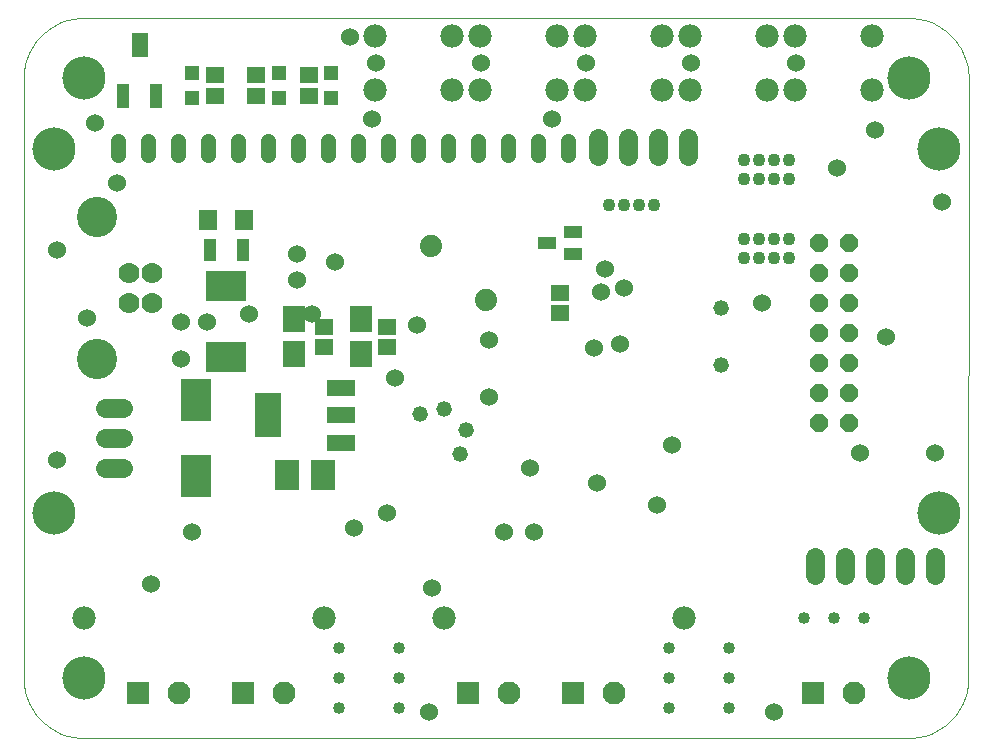
<source format=gts>
G75*
G70*
%OFA0B0*%
%FSLAX24Y24*%
%IPPOS*%
%LPD*%
%AMOC8*
5,1,8,0,0,1.08239X$1,22.5*
%
%ADD10C,0.0000*%
%ADD11C,0.0520*%
%ADD12R,0.0920X0.0520*%
%ADD13R,0.0906X0.1457*%
%ADD14R,0.0512X0.0512*%
%ADD15R,0.0640X0.0700*%
%ADD16OC8,0.0580*%
%ADD17R,0.1024X0.1418*%
%ADD18R,0.1320X0.1024*%
%ADD19C,0.0780*%
%ADD20C,0.0512*%
%ADD21C,0.1142*%
%ADD22C,0.1440*%
%ADD23R,0.0768X0.0768*%
%ADD24C,0.0768*%
%ADD25C,0.0400*%
%ADD26C,0.0700*%
%ADD27C,0.1340*%
%ADD28C,0.0740*%
%ADD29R,0.0808X0.1024*%
%ADD30R,0.0749X0.0886*%
%ADD31R,0.0631X0.0552*%
%ADD32R,0.0591X0.0434*%
%ADD33R,0.0434X0.0749*%
%ADD34R,0.0394X0.0827*%
%ADD35R,0.0552X0.0827*%
%ADD36C,0.0640*%
%ADD37C,0.0434*%
%ADD38C,0.0600*%
D10*
X011180Y009430D02*
X011180Y029430D01*
X011182Y029525D01*
X011189Y029620D01*
X011200Y029715D01*
X011216Y029809D01*
X011236Y029902D01*
X011261Y029993D01*
X011290Y030084D01*
X011323Y030173D01*
X011361Y030261D01*
X011402Y030346D01*
X011448Y030430D01*
X011497Y030511D01*
X011551Y030590D01*
X011608Y030666D01*
X011669Y030740D01*
X011733Y030810D01*
X011800Y030877D01*
X011870Y030941D01*
X011944Y031002D01*
X012020Y031059D01*
X012099Y031113D01*
X012180Y031162D01*
X012264Y031208D01*
X012349Y031249D01*
X012437Y031287D01*
X012526Y031320D01*
X012617Y031349D01*
X012708Y031374D01*
X012801Y031394D01*
X012895Y031410D01*
X012990Y031421D01*
X013085Y031428D01*
X013180Y031430D01*
X040679Y031430D01*
X040774Y031428D01*
X040869Y031421D01*
X040964Y031410D01*
X041057Y031394D01*
X041150Y031374D01*
X041242Y031349D01*
X041333Y031320D01*
X041422Y031287D01*
X041510Y031249D01*
X041596Y031208D01*
X041679Y031162D01*
X041760Y031112D01*
X041839Y031059D01*
X041915Y031002D01*
X041989Y030941D01*
X042059Y030877D01*
X042127Y030810D01*
X042191Y030740D01*
X042251Y030666D01*
X042308Y030590D01*
X042362Y030511D01*
X042411Y030430D01*
X042457Y030346D01*
X042498Y030261D01*
X042536Y030173D01*
X042569Y030084D01*
X042598Y029993D01*
X042623Y029901D01*
X042643Y029808D01*
X042659Y029714D01*
X042670Y029620D01*
X042677Y029525D01*
X042679Y029429D01*
X042679Y029430D02*
X042673Y009430D01*
X042671Y009335D01*
X042664Y009240D01*
X042653Y009146D01*
X042637Y009052D01*
X042617Y008959D01*
X042592Y008867D01*
X042563Y008776D01*
X042530Y008687D01*
X042492Y008599D01*
X042451Y008514D01*
X042405Y008430D01*
X042356Y008349D01*
X042302Y008270D01*
X042245Y008194D01*
X042185Y008120D01*
X042121Y008050D01*
X042053Y007983D01*
X041983Y007919D01*
X041909Y007858D01*
X041833Y007801D01*
X041754Y007748D01*
X041673Y007698D01*
X041590Y007652D01*
X041504Y007611D01*
X041416Y007573D01*
X041327Y007540D01*
X041237Y007511D01*
X041145Y007486D01*
X041052Y007466D01*
X040958Y007450D01*
X040863Y007439D01*
X040768Y007432D01*
X040673Y007430D01*
X013180Y007430D01*
X013085Y007432D01*
X012990Y007439D01*
X012895Y007450D01*
X012801Y007466D01*
X012708Y007486D01*
X012617Y007511D01*
X012526Y007540D01*
X012437Y007573D01*
X012349Y007611D01*
X012264Y007652D01*
X012180Y007698D01*
X012099Y007747D01*
X012020Y007801D01*
X011944Y007858D01*
X011870Y007919D01*
X011800Y007983D01*
X011733Y008050D01*
X011669Y008120D01*
X011608Y008194D01*
X011551Y008270D01*
X011497Y008349D01*
X011448Y008430D01*
X011402Y008514D01*
X011361Y008599D01*
X011323Y008687D01*
X011290Y008776D01*
X011261Y008867D01*
X011236Y008958D01*
X011216Y009051D01*
X011200Y009145D01*
X011189Y009240D01*
X011182Y009335D01*
X011180Y009430D01*
X011629Y014930D02*
X011631Y014977D01*
X011637Y015023D01*
X011647Y015069D01*
X011660Y015114D01*
X011678Y015157D01*
X011699Y015199D01*
X011723Y015239D01*
X011751Y015276D01*
X011782Y015311D01*
X011816Y015344D01*
X011852Y015373D01*
X011891Y015399D01*
X011932Y015422D01*
X011975Y015441D01*
X012019Y015457D01*
X012064Y015469D01*
X012110Y015477D01*
X012157Y015481D01*
X012203Y015481D01*
X012250Y015477D01*
X012296Y015469D01*
X012341Y015457D01*
X012385Y015441D01*
X012428Y015422D01*
X012469Y015399D01*
X012508Y015373D01*
X012544Y015344D01*
X012578Y015311D01*
X012609Y015276D01*
X012637Y015239D01*
X012661Y015199D01*
X012682Y015157D01*
X012700Y015114D01*
X012713Y015069D01*
X012723Y015023D01*
X012729Y014977D01*
X012731Y014930D01*
X012729Y014883D01*
X012723Y014837D01*
X012713Y014791D01*
X012700Y014746D01*
X012682Y014703D01*
X012661Y014661D01*
X012637Y014621D01*
X012609Y014584D01*
X012578Y014549D01*
X012544Y014516D01*
X012508Y014487D01*
X012469Y014461D01*
X012428Y014438D01*
X012385Y014419D01*
X012341Y014403D01*
X012296Y014391D01*
X012250Y014383D01*
X012203Y014379D01*
X012157Y014379D01*
X012110Y014383D01*
X012064Y014391D01*
X012019Y014403D01*
X011975Y014419D01*
X011932Y014438D01*
X011891Y014461D01*
X011852Y014487D01*
X011816Y014516D01*
X011782Y014549D01*
X011751Y014584D01*
X011723Y014621D01*
X011699Y014661D01*
X011678Y014703D01*
X011660Y014746D01*
X011647Y014791D01*
X011637Y014837D01*
X011631Y014883D01*
X011629Y014930D01*
X011629Y027103D02*
X011631Y027150D01*
X011637Y027196D01*
X011647Y027242D01*
X011660Y027287D01*
X011678Y027330D01*
X011699Y027372D01*
X011723Y027412D01*
X011751Y027449D01*
X011782Y027484D01*
X011816Y027517D01*
X011852Y027546D01*
X011891Y027572D01*
X011932Y027595D01*
X011975Y027614D01*
X012019Y027630D01*
X012064Y027642D01*
X012110Y027650D01*
X012157Y027654D01*
X012203Y027654D01*
X012250Y027650D01*
X012296Y027642D01*
X012341Y027630D01*
X012385Y027614D01*
X012428Y027595D01*
X012469Y027572D01*
X012508Y027546D01*
X012544Y027517D01*
X012578Y027484D01*
X012609Y027449D01*
X012637Y027412D01*
X012661Y027372D01*
X012682Y027330D01*
X012700Y027287D01*
X012713Y027242D01*
X012723Y027196D01*
X012729Y027150D01*
X012731Y027103D01*
X012729Y027056D01*
X012723Y027010D01*
X012713Y026964D01*
X012700Y026919D01*
X012682Y026876D01*
X012661Y026834D01*
X012637Y026794D01*
X012609Y026757D01*
X012578Y026722D01*
X012544Y026689D01*
X012508Y026660D01*
X012469Y026634D01*
X012428Y026611D01*
X012385Y026592D01*
X012341Y026576D01*
X012296Y026564D01*
X012250Y026556D01*
X012203Y026552D01*
X012157Y026552D01*
X012110Y026556D01*
X012064Y026564D01*
X012019Y026576D01*
X011975Y026592D01*
X011932Y026611D01*
X011891Y026634D01*
X011852Y026660D01*
X011816Y026689D01*
X011782Y026722D01*
X011751Y026757D01*
X011723Y026794D01*
X011699Y026834D01*
X011678Y026876D01*
X011660Y026919D01*
X011647Y026964D01*
X011637Y027010D01*
X011631Y027056D01*
X011629Y027103D01*
X041125Y027103D02*
X041127Y027150D01*
X041133Y027196D01*
X041143Y027242D01*
X041156Y027287D01*
X041174Y027330D01*
X041195Y027372D01*
X041219Y027412D01*
X041247Y027449D01*
X041278Y027484D01*
X041312Y027517D01*
X041348Y027546D01*
X041387Y027572D01*
X041428Y027595D01*
X041471Y027614D01*
X041515Y027630D01*
X041560Y027642D01*
X041606Y027650D01*
X041653Y027654D01*
X041699Y027654D01*
X041746Y027650D01*
X041792Y027642D01*
X041837Y027630D01*
X041881Y027614D01*
X041924Y027595D01*
X041965Y027572D01*
X042004Y027546D01*
X042040Y027517D01*
X042074Y027484D01*
X042105Y027449D01*
X042133Y027412D01*
X042157Y027372D01*
X042178Y027330D01*
X042196Y027287D01*
X042209Y027242D01*
X042219Y027196D01*
X042225Y027150D01*
X042227Y027103D01*
X042225Y027056D01*
X042219Y027010D01*
X042209Y026964D01*
X042196Y026919D01*
X042178Y026876D01*
X042157Y026834D01*
X042133Y026794D01*
X042105Y026757D01*
X042074Y026722D01*
X042040Y026689D01*
X042004Y026660D01*
X041965Y026634D01*
X041924Y026611D01*
X041881Y026592D01*
X041837Y026576D01*
X041792Y026564D01*
X041746Y026556D01*
X041699Y026552D01*
X041653Y026552D01*
X041606Y026556D01*
X041560Y026564D01*
X041515Y026576D01*
X041471Y026592D01*
X041428Y026611D01*
X041387Y026634D01*
X041348Y026660D01*
X041312Y026689D01*
X041278Y026722D01*
X041247Y026757D01*
X041219Y026794D01*
X041195Y026834D01*
X041174Y026876D01*
X041156Y026919D01*
X041143Y026964D01*
X041133Y027010D01*
X041127Y027056D01*
X041125Y027103D01*
X041125Y014930D02*
X041127Y014977D01*
X041133Y015023D01*
X041143Y015069D01*
X041156Y015114D01*
X041174Y015157D01*
X041195Y015199D01*
X041219Y015239D01*
X041247Y015276D01*
X041278Y015311D01*
X041312Y015344D01*
X041348Y015373D01*
X041387Y015399D01*
X041428Y015422D01*
X041471Y015441D01*
X041515Y015457D01*
X041560Y015469D01*
X041606Y015477D01*
X041653Y015481D01*
X041699Y015481D01*
X041746Y015477D01*
X041792Y015469D01*
X041837Y015457D01*
X041881Y015441D01*
X041924Y015422D01*
X041965Y015399D01*
X042004Y015373D01*
X042040Y015344D01*
X042074Y015311D01*
X042105Y015276D01*
X042133Y015239D01*
X042157Y015199D01*
X042178Y015157D01*
X042196Y015114D01*
X042209Y015069D01*
X042219Y015023D01*
X042225Y014977D01*
X042227Y014930D01*
X042225Y014883D01*
X042219Y014837D01*
X042209Y014791D01*
X042196Y014746D01*
X042178Y014703D01*
X042157Y014661D01*
X042133Y014621D01*
X042105Y014584D01*
X042074Y014549D01*
X042040Y014516D01*
X042004Y014487D01*
X041965Y014461D01*
X041924Y014438D01*
X041881Y014419D01*
X041837Y014403D01*
X041792Y014391D01*
X041746Y014383D01*
X041699Y014379D01*
X041653Y014379D01*
X041606Y014383D01*
X041560Y014391D01*
X041515Y014403D01*
X041471Y014419D01*
X041428Y014438D01*
X041387Y014461D01*
X041348Y014487D01*
X041312Y014516D01*
X041278Y014549D01*
X041247Y014584D01*
X041219Y014621D01*
X041195Y014661D01*
X041174Y014703D01*
X041156Y014746D01*
X041143Y014791D01*
X041133Y014837D01*
X041127Y014883D01*
X041125Y014930D01*
D11*
X034430Y019855D03*
X034430Y021755D03*
X025909Y017701D03*
X025727Y016883D03*
X025201Y018409D03*
X024383Y018227D03*
D12*
X021775Y018180D03*
X021775Y019090D03*
X021775Y017270D03*
D13*
X019335Y018180D03*
D14*
X019680Y028767D03*
X019680Y029593D03*
X021430Y029593D03*
X021430Y028767D03*
X016805Y028767D03*
X016805Y029593D03*
D15*
X017330Y024680D03*
X018530Y024680D03*
D16*
X037680Y023930D03*
X037680Y022930D03*
X038680Y022930D03*
X038680Y023930D03*
X038680Y021930D03*
X038680Y020930D03*
X037680Y020930D03*
X037680Y021930D03*
X037680Y019930D03*
X037680Y018930D03*
X038680Y018930D03*
X038680Y019930D03*
X038680Y017930D03*
X037680Y017930D03*
D17*
X016930Y018710D03*
X016930Y016150D03*
D18*
X017930Y020124D03*
X017930Y022486D03*
D19*
X022900Y029040D03*
X022900Y030820D03*
X025460Y030820D03*
X026400Y030820D03*
X026400Y029040D03*
X025460Y029040D03*
X028960Y029040D03*
X029900Y029040D03*
X029900Y030820D03*
X028960Y030820D03*
X032460Y030820D03*
X033400Y030820D03*
X033400Y029040D03*
X032460Y029040D03*
X035960Y029040D03*
X036900Y029040D03*
X036900Y030820D03*
X035960Y030820D03*
X039460Y030820D03*
X039460Y029040D03*
X033180Y011430D03*
X025180Y011430D03*
X021180Y011430D03*
X013180Y011430D03*
D20*
X014330Y026867D02*
X014330Y027339D01*
X015330Y027339D02*
X015330Y026867D01*
X016330Y026867D02*
X016330Y027339D01*
X017330Y027339D02*
X017330Y026867D01*
X018330Y026867D02*
X018330Y027339D01*
X019330Y027339D02*
X019330Y026867D01*
X020330Y026867D02*
X020330Y027339D01*
X021330Y027339D02*
X021330Y026867D01*
X022330Y026867D02*
X022330Y027339D01*
X023330Y027339D02*
X023330Y026867D01*
X024330Y026867D02*
X024330Y027339D01*
X025330Y027339D02*
X025330Y026867D01*
X026330Y026867D02*
X026330Y027339D01*
X027330Y027339D02*
X027330Y026867D01*
X028330Y026867D02*
X028330Y027339D01*
X029330Y027339D02*
X029330Y026867D01*
D21*
X041676Y027103D03*
X041676Y014930D03*
X012180Y014930D03*
X012180Y027103D03*
D22*
X012180Y027055D03*
X013180Y029430D03*
X012180Y014930D03*
X013180Y009430D03*
X040680Y009430D03*
X041680Y014930D03*
X041680Y027055D03*
X040680Y029430D03*
D23*
X037491Y008930D03*
X029491Y008930D03*
X025991Y008930D03*
X018491Y008930D03*
X014991Y008930D03*
D24*
X016369Y008930D03*
X019869Y008930D03*
X027369Y008930D03*
X030869Y008930D03*
X038869Y008930D03*
D25*
X039180Y011430D03*
X038180Y011430D03*
X037180Y011430D03*
X034680Y010430D03*
X034680Y009430D03*
X034680Y008430D03*
X032680Y008430D03*
X032680Y009430D03*
X032680Y010430D03*
X023680Y010430D03*
X023680Y009430D03*
X023680Y008430D03*
X021680Y008430D03*
X021680Y009430D03*
X021680Y010430D03*
D26*
X015460Y021938D03*
X014680Y021938D03*
X014680Y022922D03*
X015460Y022922D03*
D27*
X013610Y024800D03*
X013610Y020060D03*
D28*
X024775Y023835D03*
X026585Y022025D03*
D29*
X021155Y016180D03*
X019955Y016180D03*
D30*
X020180Y020224D03*
X020180Y021386D03*
X022430Y021386D03*
X022430Y020224D03*
D31*
X023305Y020470D03*
X023305Y021140D03*
X021180Y021140D03*
X021180Y020470D03*
X029055Y021595D03*
X029055Y022265D03*
X020680Y028845D03*
X020680Y029515D03*
X018930Y029515D03*
X018930Y028845D03*
X017555Y028845D03*
X017555Y029515D03*
D32*
X028622Y023930D03*
X029488Y023556D03*
X029488Y024304D03*
D33*
X018481Y023680D03*
X017379Y023680D03*
D34*
X015606Y028814D03*
X014504Y028814D03*
D35*
X015055Y030546D03*
D36*
X030337Y027414D02*
X030337Y026814D01*
X031337Y026814D02*
X031337Y027414D01*
X032337Y027414D02*
X032337Y026814D01*
X033337Y026814D02*
X033337Y027414D01*
X014480Y018430D02*
X013880Y018430D01*
X013880Y017430D02*
X014480Y017430D01*
X014480Y016430D02*
X013880Y016430D01*
X037547Y013450D02*
X037547Y012850D01*
X038547Y012850D02*
X038547Y013450D01*
X039547Y013450D02*
X039547Y012850D01*
X040547Y012850D02*
X040547Y013450D01*
X041547Y013450D02*
X041547Y012850D01*
D37*
X036680Y023430D03*
X036180Y023430D03*
X035680Y023430D03*
X035180Y023430D03*
X035180Y024055D03*
X035680Y024055D03*
X036180Y024055D03*
X036680Y024055D03*
X036680Y026055D03*
X036180Y026055D03*
X035680Y026055D03*
X035180Y026055D03*
X035180Y026680D03*
X035680Y026680D03*
X036180Y026680D03*
X036680Y026680D03*
X032180Y025180D03*
X031680Y025180D03*
X031180Y025180D03*
X030680Y025180D03*
D38*
X030555Y023055D03*
X031180Y022430D03*
X030430Y022305D03*
X031055Y020555D03*
X030180Y020430D03*
X026680Y020680D03*
X026680Y018805D03*
X028055Y016430D03*
X028180Y014305D03*
X027180Y014305D03*
X024805Y012430D03*
X022180Y014430D03*
X023305Y014930D03*
X023555Y019430D03*
X024305Y021180D03*
X021555Y023305D03*
X020305Y023555D03*
X020305Y022680D03*
X020805Y021555D03*
X018680Y021555D03*
X017305Y021305D03*
X016430Y021305D03*
X016430Y020055D03*
X013305Y021430D03*
X012305Y023680D03*
X014305Y025930D03*
X013555Y027930D03*
X022055Y030805D03*
X022930Y029930D03*
X022805Y028055D03*
X026430Y029930D03*
X028805Y028055D03*
X029930Y029930D03*
X033430Y029930D03*
X036930Y029930D03*
X039555Y027680D03*
X038305Y026430D03*
X041805Y025305D03*
X039930Y020805D03*
X035805Y021930D03*
X032805Y017180D03*
X030305Y015930D03*
X032305Y015180D03*
X039055Y016930D03*
X041555Y016930D03*
X036180Y008305D03*
X024680Y008305D03*
X016805Y014305D03*
X015430Y012555D03*
X012305Y016680D03*
M02*

</source>
